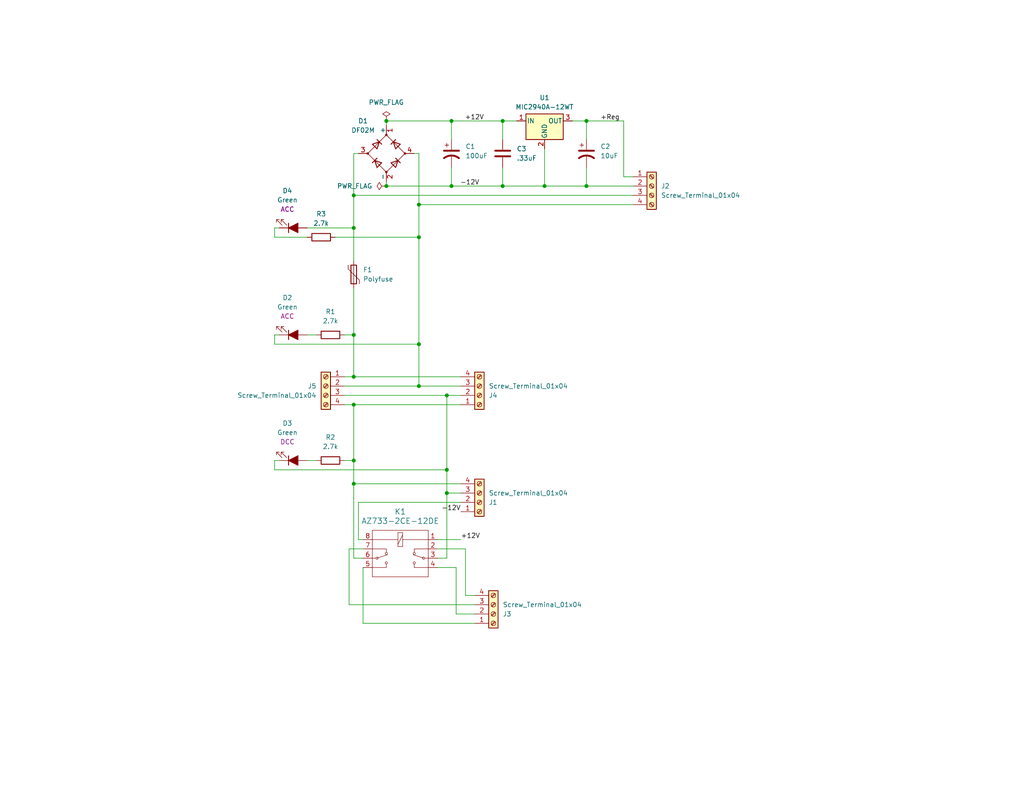
<source format=kicad_sch>
(kicad_sch (version 20231120) (generator "eeschema") (generator_version "8.0")
  (paper "A")
  (title_block (title "Module Hub") (date "2024-09-24") (rev "1.3"))
  (lib_symbols
    (symbol "Connector:Screw_Terminal_01x04" (pin_names (offset 1.016) hide)
      (property "Reference" "J" (at 0 5.08 0))
      (property "Value" "Screw_Terminal_01x04" (at 0 -7.62 0))
      (symbol "Screw_Terminal_01x04_1_1"
        (rectangle (start -1.27 3.81) (end 1.27 -6.35) (stroke (width 0.254)) (fill (type background)))
        (circle (center 0 -5.08) (radius 0.635) (stroke (width 0.1524)))
        (circle (center 0 -2.54) (radius 0.635) (stroke (width 0.1524)))
        (polyline (pts (xy -0.5334 -4.7498) (xy 0.3302 -5.588)) (stroke (width 0.1524)))
        (polyline (pts (xy -0.5334 -2.2098) (xy 0.3302 -3.048)) (stroke (width 0.1524)))
        (polyline (pts (xy -0.5334 0.3302) (xy 0.3302 -0.508)) (stroke (width 0.1524)))
        (polyline (pts (xy -0.5334 2.8702) (xy 0.3302 2.032)) (stroke (width 0.1524)))
        (polyline (pts (xy -0.3556 -4.572) (xy 0.508 -5.4102)) (stroke (width 0.1524)))
        (polyline (pts (xy -0.3556 -2.032) (xy 0.508 -2.8702)) (stroke (width 0.1524)))
        (polyline (pts (xy -0.3556 0.508) (xy 0.508 -0.3302)) (stroke (width 0.1524)))
        (polyline (pts (xy -0.3556 3.048) (xy 0.508 2.2098)) (stroke (width 0.1524)))
        (circle (center 0 0) (radius 0.635) (stroke (width 0.1524)))
        (circle (center 0 2.54) (radius 0.635) (stroke (width 0.1524)))
        (pin passive line (at -5.08 2.54 0) (length 3.81) (name "Pin_1") (number "1"))
        (pin passive line (at -5.08 0 0) (length 3.81) (name "Pin_2") (number "2"))
        (pin passive line (at -5.08 -2.54 0) (length 3.81) (name "Pin_3") (number "3"))
        (pin passive line (at -5.08 -5.08 0) (length 3.81) (name "Pin_4") (number "4"))
      )
    )
    (symbol "Device:C" (pin_numbers hide) (pin_names (offset 0.254))
      (property "Reference" "C" (at 0.635 2.54 0))
      (property "Value" "C" (at 0.635 -2.54 0))
      (symbol "C_0_1"
        (polyline (pts (xy -2.032 -0.762) (xy 2.032 -0.762)) (stroke (width 0.508)))
        (polyline (pts (xy -2.032 0.762) (xy 2.032 0.762)) (stroke (width 0.508)))
      )
      (symbol "C_1_1"
        (pin passive line (at 0 3.81 270) (length 2.794) (name "~") (number "1"))
        (pin passive line (at 0 -3.81 90) (length 2.794) (name "~") (number "2"))
      )
    )
    (symbol "Device:C_Polarized_US" (pin_numbers hide) (pin_names (offset 0.254) hide)
      (property "Reference" "C" (at 0.635 2.54 0))
      (property "Value" "C_Polarized_US" (at 0.635 -2.54 0))
      (symbol "C_Polarized_US_0_1"
        (polyline (pts (xy -2.032 0.762) (xy 2.032 0.762)) (stroke (width 0.508)))
        (polyline (pts (xy -1.778 2.286) (xy -0.762 2.286)))
        (polyline (pts (xy -1.27 1.778) (xy -1.27 2.794)))
        (arc (start 2.032 -1.27) (mid 0 -0.5572) (end -2.032 -1.27) (stroke (width 0.508)))
      )
      (symbol "C_Polarized_US_1_1"
        (pin passive line (at 0 3.81 270) (length 2.794) (name "~") (number "1"))
        (pin passive line (at 0 -3.81 90) (length 3.302) (name "~") (number "2"))
      )
    )
    (symbol "Device:D_Bridge_+-AA" (pin_names (offset 0))
      (property "Reference" "D" (at 2.54 6.985 0))
      (property "Value" "D_Bridge_+-AA" (at 2.54 5.08 0))
      (symbol "D_Bridge_+-AA_0_1"
        (circle (center -5.08 0) (radius 0.254) (fill (type outline)))
        (circle (center 0 -5.08) (radius 0.254) (fill (type outline)))
        (polyline (pts (xy -2.54 3.81) (xy -1.27 2.54)) (stroke (width 0.254)))
        (polyline (pts (xy -1.27 -2.54) (xy -2.54 -3.81)) (stroke (width 0.254)))
        (polyline (pts (xy 2.54 -1.27) (xy 3.81 -2.54)) (stroke (width 0.254)))
        (polyline (pts (xy 2.54 1.27) (xy 3.81 2.54)) (stroke (width 0.254)))
        (polyline (pts (xy -3.81 2.54) (xy -2.54 1.27) (xy -1.905 3.175) (xy -3.81 2.54)) (stroke (width 0.254)))
        (polyline (pts (xy -2.54 -1.27) (xy -3.81 -2.54) (xy -1.905 -3.175) (xy -2.54 -1.27)) (stroke (width 0.254)))
        (polyline (pts (xy 1.27 2.54) (xy 2.54 3.81) (xy 3.175 1.905) (xy 1.27 2.54)) (stroke (width 0.254)))
        (polyline (pts (xy 3.175 -1.905) (xy 1.27 -2.54) (xy 2.54 -3.81) (xy 3.175 -1.905)) (stroke (width 0.254)))
        (polyline (pts (xy -5.08 0) (xy 0 -5.08) (xy 5.08 0) (xy 0 5.08) (xy -5.08 0)))
        (circle (center 0 5.08) (radius 0.254) (fill (type outline)))
        (circle (center 5.08 0) (radius 0.254) (fill (type outline)))
      )
      (symbol "D_Bridge_+-AA_1_1"
        (pin passive line (at 7.62 0 180) (length 2.54) (name "+") (number "1"))
        (pin passive line (at -7.62 0 0) (length 2.54) (name "-") (number "2"))
        (pin passive line (at 0 7.62 270) (length 2.54) (name "~") (number "3"))
        (pin passive line (at 0 -7.62 90) (length 2.54) (name "~") (number "4"))
      )
    )
    (symbol "Device:LED_Filled" (pin_numbers hide) (pin_names (offset 1.016) hide)
      (property "Reference" "D" (at 0 2.54 0))
      (property "Value" "LED_Filled" (at 0 -2.54 0))
      (symbol "LED_Filled_0_1"
        (polyline (pts (xy -1.27 -1.27) (xy -1.27 1.27)) (stroke (width 0.254)))
        (polyline (pts (xy -1.27 0) (xy 1.27 0)))
        (polyline (pts (xy 1.27 -1.27) (xy 1.27 1.27) (xy -1.27 0) (xy 1.27 -1.27)) (stroke (width 0.254)) (fill (type outline)))
        (polyline (pts (xy -3.048 -0.762) (xy -4.572 -2.286) (xy -3.81 -2.286) (xy -4.572 -2.286) (xy -4.572 -1.524)))
        (polyline (pts (xy -1.778 -0.762) (xy -3.302 -2.286) (xy -2.54 -2.286) (xy -3.302 -2.286) (xy -3.302 -1.524)))
      )
      (symbol "LED_Filled_1_1"
        (pin passive line (at -3.81 0 0) (length 2.54) (name "K") (number "1"))
        (pin passive line (at 3.81 0 180) (length 2.54) (name "A") (number "2"))
      )
    )
    (symbol "Device:Polyfuse" (pin_numbers hide) (pin_names (offset 0))
      (property "Reference" "F" (at -2.54 0 90))
      (property "Value" "Polyfuse" (at 2.54 0 90))
      (symbol "Polyfuse_0_1"
        (rectangle (start -0.762 2.54) (end 0.762 -2.54) (stroke (width 0.254)))
        (polyline (pts (xy 0 2.54) (xy 0 -2.54)))
        (polyline (pts (xy -1.524 2.54) (xy -1.524 1.524) (xy 1.524 -1.524) (xy 1.524 -2.54)))
      )
      (symbol "Polyfuse_1_1"
        (pin passive line (at 0 3.81 270) (length 1.27) (name "~") (number "1"))
        (pin passive line (at 0 -3.81 90) (length 1.27) (name "~") (number "2"))
      )
    )
    (symbol "Device:R" (pin_numbers hide) (pin_names (offset 0))
      (property "Reference" "R" (at 2.032 0 90))
      (property "Value" "R" (at 0 0 90))
      (symbol "R_0_1"
        (rectangle (start -1.016 -2.54) (end 1.016 2.54) (stroke (width 0.254)))
      )
      (symbol "R_1_1"
        (pin passive line (at 0 3.81 270) (length 1.27) (name "~") (number "1"))
        (pin passive line (at 0 -3.81 90) (length 1.27) (name "~") (number "2"))
      )
    )
    (symbol "Regulator_Linear:L7812" (pin_names (offset 0.254))
      (property "Reference" "U" (at -3.81 3.175 0))
      (property "Value" "L7812" (at 0 3.175 0))
      (symbol "L7812_0_1"
        (rectangle (start -5.08 1.905) (end 5.08 -5.08) (stroke (width 0.254)) (fill (type background)))
      )
      (symbol "L7812_1_1"
        (pin power_in line (at -7.62 0 0) (length 2.54) (name "IN") (number "1"))
        (pin power_in line (at 0 -7.62 90) (length 2.54) (name "GND") (number "2"))
        (pin power_out line (at 7.62 0 180) (length 2.54) (name "OUT") (number "3"))
      )
    )
    (symbol "myLib:AZ733-2CE-12DE" (pin_names (offset 0) hide)
      (property "Reference" "K" (at 15.24 7.62 0))
      (property "Value" "AZ733-2CE-12DE" (at 15.24 5.08 0))
      (symbol "AZ733-2CE-12DE_0_1"
        (polyline (pts (xy 7.62 -10.16) (xy 22.86 -10.16)) (stroke (width 0.127)))
        (polyline (pts (xy 7.62 -7.62) (xy 11.43 -7.62)) (stroke (width 0.127)))
        (polyline (pts (xy 7.62 -5.08) (xy 8.5725 -5.08)) (stroke (width 0.127)))
        (polyline (pts (xy 7.62 -2.54) (xy 11.43 -2.54)) (stroke (width 0.127)))
        (polyline (pts (xy 7.62 0) (xy 14.605 0)) (stroke (width 0.127)))
        (polyline (pts (xy 7.62 2.54) (xy 7.62 -10.16)) (stroke (width 0.127)))
        (polyline (pts (xy 8.89 -5.08) (xy 11.7475 -4.1275)) (stroke (width 0.127)))
        (polyline (pts (xy 11.43 -6.6548) (xy 11.43 -7.62)) (stroke (width 0.127)))
        (polyline (pts (xy 11.43 -2.54) (xy 11.43 -3.4925)) (stroke (width 0.127)))
        (polyline (pts (xy 14.605 -1.905) (xy 15.875 -1.905)) (stroke (width 0.127)))
        (polyline (pts (xy 14.605 1.27) (xy 15.875 -1.27)) (stroke (width 0.127)))
        (polyline (pts (xy 14.605 1.905) (xy 14.605 -1.905)) (stroke (width 0.127)))
        (polyline (pts (xy 14.605 1.905) (xy 15.875 1.905)) (stroke (width 0.127)))
        (polyline (pts (xy 15.875 -1.905) (xy 15.875 1.905)) (stroke (width 0.127)))
        (polyline (pts (xy 15.875 0) (xy 22.86 0)) (stroke (width 0.127)))
        (polyline (pts (xy 19.05 -6.6548) (xy 19.05 -7.62)) (stroke (width 0.127)))
        (polyline (pts (xy 19.05 -2.54) (xy 19.05 -3.4925)) (stroke (width 0.127)))
        (polyline (pts (xy 21.59 -5.08) (xy 18.7325 -4.1275)) (stroke (width 0.127)))
        (polyline (pts (xy 22.86 -10.16) (xy 22.86 2.54)) (stroke (width 0.127)))
        (polyline (pts (xy 22.86 -7.62) (xy 19.05 -7.62)) (stroke (width 0.127)))
        (polyline (pts (xy 22.86 -5.08) (xy 21.9075 -5.08)) (stroke (width 0.127)))
        (polyline (pts (xy 22.86 -2.54) (xy 19.05 -2.54)) (stroke (width 0.127)))
        (polyline (pts (xy 22.86 2.54) (xy 7.62 2.54)) (stroke (width 0.127)))
        (circle (center 8.89 -5.08) (radius 0.3048) (stroke (width 0.127)))
        (circle (center 11.43 -6.35) (radius 0.3048) (stroke (width 0.127)))
        (circle (center 11.43 -3.81) (radius 0.3048) (stroke (width 0.127)))
        (circle (center 19.05 -6.35) (radius 0.3048) (stroke (width 0.127)))
        (circle (center 19.05 -3.81) (radius 0.3048) (stroke (width 0.127)))
        (circle (center 21.59 -5.08) (radius 0.3048) (stroke (width 0.127)))
        (pin unspecified line (at 5.08 0 0) (length 2.54) (name "1") (number "1"))
        (pin unspecified line (at 5.08 -2.54 0) (length 2.54) (name "2") (number "2"))
        (pin unspecified line (at 5.08 -5.08 0) (length 2.54) (name "3") (number "3"))
        (pin unspecified line (at 5.08 -7.62 0) (length 2.54) (name "4") (number "4"))
        (pin unspecified line (at 25.4 -7.62 180) (length 2.54) (name "5") (number "5"))
        (pin unspecified line (at 25.4 -5.08 180) (length 2.54) (name "6") (number "6"))
        (pin unspecified line (at 25.4 -2.54 180) (length 2.54) (name "7") (number "7"))
        (pin unspecified line (at 25.4 0 180) (length 2.54) (name "8") (number "8"))
      )
    )
    (symbol "power:PWR_FLAG" (power) (pin_numbers hide) (pin_names (offset 0) hide)
      (property "Value" "PWR_FLAG" (at 0 3.81 0))
      (symbol "PWR_FLAG_0_0"
        (pin power_out line (at 0 0 90) (length 0) (name "pwr") (number "1"))
      )
      (symbol "PWR_FLAG_0_1"
        (polyline (pts (xy 0 0) (xy 0 1.27) (xy -1.016 1.905) (xy 0 2.54) (xy 1.016 1.905) (xy 0 1.27)))
      )
    )
  )
  (junction (at 160.02 33.02))
  (junction (at 114.3 64.77))
  (junction (at 96.52 110.49))
  (junction (at 96.52 91.44))
  (junction (at 96.52 125.73))
  (junction (at 114.3 105.41))
  (junction (at 123.19 33.02))
  (junction (at 96.52 132.08))
  (junction (at 137.16 33.02))
  (junction (at 114.3 55.88))
  (junction (at 105.41 50.8))
  (junction (at 96.52 102.87))
  (junction (at 148.59 50.8))
  (junction (at 114.3 93.98))
  (junction (at 96.52 62.23))
  (junction (at 96.52 53.34))
  (junction (at 121.92 134.62))
  (junction (at 105.41 33.02))
  (junction (at 137.16 50.8))
  (junction (at 121.92 128.27))
  (junction (at 160.02 50.8))
  (junction (at 121.92 107.95))
  (junction (at 123.19 50.8))
  (wire (pts (xy 74.93 93.98) (xy 114.3 93.98)))
  (wire (pts (xy 114.3 64.77) (xy 114.3 93.98)))
  (wire (pts (xy 119.38 147.32) (xy 125.73 147.32)))
  (wire (pts (xy 170.18 48.26) (xy 172.72 48.26)))
  (wire (pts (xy 93.98 105.41) (xy 114.3 105.41)))
  (wire (pts (xy 93.98 110.49) (xy 96.52 110.49)))
  (wire (pts (xy 121.92 134.62) (xy 125.73 134.62)))
  (wire (pts (xy 148.59 40.64) (xy 148.59 50.8)))
  (wire (pts (xy 121.92 107.95) (xy 125.73 107.95)))
  (wire (pts (xy 114.3 41.91) (xy 114.3 55.88)))
  (wire (pts (xy 137.16 50.8) (xy 148.59 50.8)))
  (wire (pts (xy 137.16 45.72) (xy 137.16 50.8)))
  (wire (pts (xy 74.93 62.23) (xy 74.93 64.77)))
  (wire (pts (xy 96.52 102.87) (xy 125.73 102.87)))
  (wire (pts (xy 124.46 167.64) (xy 129.54 167.64)))
  (wire (pts (xy 121.92 107.95) (xy 121.92 128.27)))
  (wire (pts (xy 96.52 132.08) (xy 96.52 152.4)))
  (wire (pts (xy 160.02 33.02) (xy 160.02 38.1)))
  (wire (pts (xy 156.21 33.02) (xy 160.02 33.02)))
  (wire (pts (xy 137.16 33.02) (xy 137.16 38.1)))
  (wire (pts (xy 127 162.56) (xy 129.54 162.56)))
  (wire (pts (xy 114.3 55.88) (xy 172.72 55.88)))
  (wire (pts (xy 96.52 110.49) (xy 125.73 110.49)))
  (wire (pts (xy 123.19 45.72) (xy 123.19 50.8)))
  (wire (pts (xy 91.44 64.77) (xy 114.3 64.77)))
  (wire (pts (xy 74.93 128.27) (xy 121.92 128.27)))
  (wire (pts (xy 96.52 132.08) (xy 125.73 132.08)))
  (wire (pts (xy 99.06 170.18) (xy 129.54 170.18)))
  (wire (pts (xy 96.52 41.91) (xy 96.52 53.34)))
  (wire (pts (xy 96.52 125.73) (xy 96.52 132.08)))
  (wire (pts (xy 96.52 53.34) (xy 96.52 62.23)))
  (wire (pts (xy 160.02 45.72) (xy 160.02 50.8)))
  (wire (pts (xy 123.19 33.02) (xy 137.16 33.02)))
  (wire (pts (xy 137.16 33.02) (xy 140.97 33.02)))
  (wire (pts (xy 114.3 93.98) (xy 114.3 105.41)))
  (wire (pts (xy 97.79 137.16) (xy 125.73 137.16)))
  (wire (pts (xy 97.79 147.32) (xy 99.06 147.32)))
  (wire (pts (xy 160.02 50.8) (xy 172.72 50.8)))
  (wire (pts (xy 124.46 154.94) (xy 124.46 167.64)))
  (wire (pts (xy 83.82 125.73) (xy 86.36 125.73)))
  (wire (pts (xy 97.79 41.91) (xy 96.52 41.91)))
  (wire (pts (xy 76.2 62.23) (xy 74.93 62.23)))
  (wire (pts (xy 113.03 41.91) (xy 114.3 41.91)))
  (wire (pts (xy 93.98 102.87) (xy 96.52 102.87)))
  (wire (pts (xy 170.18 33.02) (xy 170.18 48.26)))
  (wire (pts (xy 127 149.86) (xy 127 162.56)))
  (wire (pts (xy 105.41 33.02) (xy 123.19 33.02)))
  (wire (pts (xy 105.41 49.53) (xy 105.41 50.8)))
  (wire (pts (xy 119.38 152.4) (xy 121.92 152.4)))
  (wire (pts (xy 74.93 91.44) (xy 74.93 93.98)))
  (wire (pts (xy 93.98 125.73) (xy 96.52 125.73)))
  (wire (pts (xy 83.82 91.44) (xy 86.36 91.44)))
  (wire (pts (xy 114.3 105.41) (xy 125.73 105.41)))
  (wire (pts (xy 93.98 91.44) (xy 96.52 91.44)))
  (wire (pts (xy 99.06 154.94) (xy 99.06 170.18)))
  (wire (pts (xy 96.52 91.44) (xy 96.52 102.87)))
  (wire (pts (xy 93.98 107.95) (xy 121.92 107.95)))
  (wire (pts (xy 96.52 78.74) (xy 96.52 91.44)))
  (wire (pts (xy 105.41 50.8) (xy 123.19 50.8)))
  (wire (pts (xy 76.2 125.73) (xy 74.93 125.73)))
  (wire (pts (xy 96.52 110.49) (xy 96.52 125.73)))
  (wire (pts (xy 83.82 62.23) (xy 96.52 62.23)))
  (wire (pts (xy 119.38 154.94) (xy 124.46 154.94)))
  (wire (pts (xy 114.3 55.88) (xy 114.3 64.77)))
  (wire (pts (xy 160.02 33.02) (xy 170.18 33.02)))
  (wire (pts (xy 95.25 149.86) (xy 99.06 149.86)))
  (wire (pts (xy 76.2 91.44) (xy 74.93 91.44)))
  (wire (pts (xy 105.41 34.29) (xy 105.41 33.02)))
  (wire (pts (xy 121.92 128.27) (xy 121.92 134.62)))
  (wire (pts (xy 96.52 62.23) (xy 96.52 71.12)))
  (wire (pts (xy 97.79 147.32) (xy 97.79 137.16)))
  (wire (pts (xy 74.93 64.77) (xy 83.82 64.77)))
  (wire (pts (xy 119.38 149.86) (xy 127 149.86)))
  (wire (pts (xy 123.19 33.02) (xy 123.19 38.1)))
  (wire (pts (xy 121.92 134.62) (xy 121.92 152.4)))
  (wire (pts (xy 123.19 50.8) (xy 137.16 50.8)))
  (wire (pts (xy 74.93 125.73) (xy 74.93 128.27)))
  (wire (pts (xy 129.54 165.1) (xy 95.25 165.1)))
  (wire (pts (xy 99.06 152.4) (xy 96.52 152.4)))
  (wire (pts (xy 148.59 50.8) (xy 160.02 50.8)))
  (wire (pts (xy 95.25 165.1) (xy 95.25 149.86)))
  (wire (pts (xy 96.52 53.34) (xy 172.72 53.34)))
  (label "-12V" (at 130.81 50.8 180))
  (label "+12V" (at 125.73 147.32 0))
  (label "-12V" (at 125.73 139.7 180))
  (label "+12V" (at 132.08 33.02 180))
  (label "+Reg" (at 163.83 33.02 0))
  (symbol (lib_id "Device:R") (at 87.63 64.77 90) (mirror x) (unit 1)
    (property "Reference" "R3" (at 87.63 58.42 90))
    (property "Value" "2.7k" (at 87.63 60.96 90))
    (property "Footprint" "Resistor_THT:R_Axial_DIN0207_L6.3mm_D2.5mm_P10.16mm_Horizontal" (effects (hide yes)))
    (property "MPN" "CFR-25JB-52-2K7" (effects (hide yes)))
  )
  (symbol (lib_id "Device:LED_Filled") (at 80.01 91.44 0) (mirror x) (unit 1)
    (property "Reference" "D2" (at 78.4225 81.28 0))
    (property "Value" "Green" (at 78.4225 83.82 0))
    (property "Footprint" "LED_THT:LED_D3.0mm" (effects (hide yes)))
    (property "Label" "ACC" (at 78.4225 86.36 0))
    (property "MPN" "151031VS06000" (effects (hide yes)))
  )
  (symbol (lib_id "Device:C_Polarized_US") (at 123.19 41.91 0) (unit 1)
    (property "Reference" "C1" (at 127 40.005 0) (effects (justify left)))
    (property "Value" "100uF" (at 127 42.545 0) (effects (justify left)))
    (property "Footprint" "Capacitor_THT:CP_Radial_D8.0mm_P3.50mm" (effects (hide yes)))
    (property "MPN" "50YXJ100MT78X11.5" (effects (hide yes)))
  )
  (symbol (lib_id "Connector:Screw_Terminal_01x04") (at 134.62 167.64 0) (mirror x) (unit 1)
    (property "Reference" "J3" (at 137.16 167.64 0) (effects (justify left)))
    (property "Value" "Screw_Terminal_01x04" (at 137.16 165.1 0) (effects (justify left)))
    (property "Footprint" "Imports:CUI_TB005-762-04BE" (effects (hide yes)))
    (property "MPN" "TB005-762-04BE" (effects (hide yes)))
  )
  (symbol (lib_id "power:PWR_FLAG") (at 105.41 33.02 0) (unit 1)
    (property "Reference" "#FLG01" (effects (hide yes)))
    (property "Value" "PWR_FLAG" (at 105.41 27.94 0))
  )
  (symbol (lib_id "Connector:Screw_Terminal_01x04") (at 177.8 50.8 0) (unit 1)
    (property "Reference" "J2" (at 180.34 50.8 0) (effects (justify left)))
    (property "Value" "Screw_Terminal_01x04" (at 180.34 53.34 0) (effects (justify left)))
    (property "Footprint" "Imports:CUI_TB005-762-04BE" (effects (hide yes)))
    (property "MPN" "TB005-762-04BE" (effects (hide yes)))
  )
  (symbol (lib_id "myLib:AZ733-2CE-12DE") (at 124.46 147.32 0) (mirror y) (unit 1)
    (property "Reference" "K1" (at 109.22 139.7 0) (effects (font (size 1.524 1.524))))
    (property "Value" "AZ733-2CE-12DE" (at 109.22 142.24 0) (effects (font (size 1.524 1.524))))
    (property "Footprint" "Imports:AZ733-2C_AMZ" (effects (hide yes)))
    (property "Datasheet" "https://www.azettler.com/pdfs/az733.pdf" (effects (hide yes)))
    (property "MPN" "AZ733-2CE-12DE" (effects (hide yes)))
  )
  (symbol (lib_id "power:PWR_FLAG") (at 105.41 50.8 90) (unit 1)
    (property "Reference" "#FLG02" (effects (hide yes)))
    (property "Value" "PWR_FLAG" (at 101.6 50.8 90) (effects (justify left)))
  )
  (symbol (lib_id "Device:D_Bridge_+-AA") (at 105.41 41.91 90) (unit 1)
    (property "Reference" "D1" (at 99.06 33.02 90))
    (property "Value" "DF02M" (at 99.06 35.56 90))
    (property "Footprint" "Diode_THT:Diode_Bridge_DIP-4_W7.62mm_P5.08mm" (effects (hide yes)))
    (property "MPN" "DF02M" (effects (hide yes)))
  )
  (symbol (lib_id "Connector:Screw_Terminal_01x04") (at 130.81 107.95 0) (mirror x) (unit 1)
    (property "Reference" "J4" (at 133.35 107.95 0) (effects (justify left)))
    (property "Value" "Screw_Terminal_01x04" (at 133.35 105.41 0) (effects (justify left)))
    (property "Footprint" "Imports:CUI_TB005-762-04BE" (effects (hide yes)))
    (property "MPN" "TB005-762-04BE" (effects (hide yes)))
  )
  (symbol (lib_id "Connector:Screw_Terminal_01x04") (at 88.9 105.41 0) (mirror y) (unit 1)
    (property "Reference" "J5" (at 86.36 105.41 0) (effects (justify left)))
    (property "Value" "Screw_Terminal_01x04" (at 86.36 107.95 0) (effects (justify left)))
    (property "Footprint" "Imports:CUI_TB005-762-04BE" (effects (hide yes)))
    (property "MPN" "TB005-762-04BE" (effects (hide yes)))
  )
  (symbol (lib_id "Regulator_Linear:L7812") (at 148.59 33.02 0) (unit 1)
    (property "Reference" "U1" (at 148.59 26.67 0))
    (property "Value" "MIC2940A-12WT" (at 148.59 29.21 0))
    (property "Footprint" "Package_TO_SOT_THT:TO-220-3_Vertical" (effects (hide yes)))
    (property "MPN" "MIC2940A-12WT" (effects (hide yes)))
  )
  (symbol (lib_id "Connector:Screw_Terminal_01x04") (at 130.81 137.16 0) (mirror x) (unit 1)
    (property "Reference" "J1" (at 133.35 137.16 0) (effects (justify left)))
    (property "Value" "Screw_Terminal_01x04" (at 133.35 134.62 0) (effects (justify left)))
    (property "Footprint" "Imports:CUI_TB005-762-04BE" (effects (hide yes)))
    (property "MPN" "TB005-762-04BE" (effects (hide yes)))
  )
  (symbol (lib_id "Device:C") (at 137.16 41.91 0) (unit 1)
    (property "Reference" "C3" (at 140.97 40.64 0) (effects (justify left)))
    (property "Value" ".33uF" (at 140.97 43.18 0) (effects (justify left)))
    (property "Footprint" "Capacitor_THT:C_Disc_D5.0mm_W2.5mm_P5.00mm" (effects (hide yes)))
    (property "MPN" " FA24X7R1H334KNU06" (effects (hide yes)))
  )
  (symbol (lib_id "Device:R") (at 90.17 125.73 90) (mirror x) (unit 1)
    (property "Reference" "R2" (at 90.17 119.38 90))
    (property "Value" "2.7k" (at 90.17 121.92 90))
    (property "Footprint" "Resistor_THT:R_Axial_DIN0207_L6.3mm_D2.5mm_P10.16mm_Horizontal" (effects (hide yes)))
    (property "MPN" "CFR-25JB-52-2K7" (effects (hide yes)))
  )
  (symbol (lib_id "Device:LED_Filled") (at 80.01 125.73 0) (mirror x) (unit 1)
    (property "Reference" "D3" (at 78.4225 115.57 0))
    (property "Value" "Green" (at 78.4225 118.11 0))
    (property "Footprint" "LED_THT:LED_D3.0mm" (effects (hide yes)))
    (property "Label" "DCC" (at 78.4225 120.65 0))
    (property "MPN" "151031VS06000" (effects (hide yes)))
  )
  (symbol (lib_id "Device:LED_Filled") (at 80.01 62.23 0) (mirror x) (unit 1)
    (property "Reference" "D4" (at 78.4225 52.07 0))
    (property "Value" "Green" (at 78.4225 54.61 0))
    (property "Footprint" "LED_THT:LED_D3.0mm" (effects (hide yes)))
    (property "Label" "ACC" (at 78.4225 57.15 0))
    (property "MPN" "151031VS06000" (effects (hide yes)))
  )
  (symbol (lib_id "Device:R") (at 90.17 91.44 90) (mirror x) (unit 1)
    (property "Reference" "R1" (at 90.17 85.09 90))
    (property "Value" "2.7k" (at 90.17 87.63 90))
    (property "Footprint" "Resistor_THT:R_Axial_DIN0207_L6.3mm_D2.5mm_P10.16mm_Horizontal" (effects (hide yes)))
    (property "MPN" "CFR-25JB-52-2K7" (effects (hide yes)))
  )
  (symbol (lib_id "Device:Polyfuse") (at 96.52 74.93 0) (unit 1)
    (property "Reference" "F1" (at 99.06 73.6599 0) (effects (justify left)))
    (property "Value" "Polyfuse" (at 99.06 76.1999 0) (effects (justify left)))
    (property "Footprint" "Fuse:Fuse_Bourns_MF-RG300" (effects (hide yes)))
    (property "Description" "Resettable fuse, polymeric positive temperature coefficient" (effects (hide yes)))
    (property "MPN" "MF-R020" (effects (hide yes)))
  )
  (symbol (lib_id "Device:C_Polarized_US") (at 160.02 41.91 0) (unit 1)
    (property "Reference" "C2" (at 163.83 40.005 0) (effects (justify left)))
    (property "Value" "10uF" (at 163.83 42.545 0) (effects (justify left)))
    (property "Footprint" "Capacitor_THT:CP_Radial_Tantal_D5.5mm_P5.00mm" (effects (hide yes)))
    (property "MPN" "TAP106K025CRS" (effects (hide yes)))
  )
)
</source>
